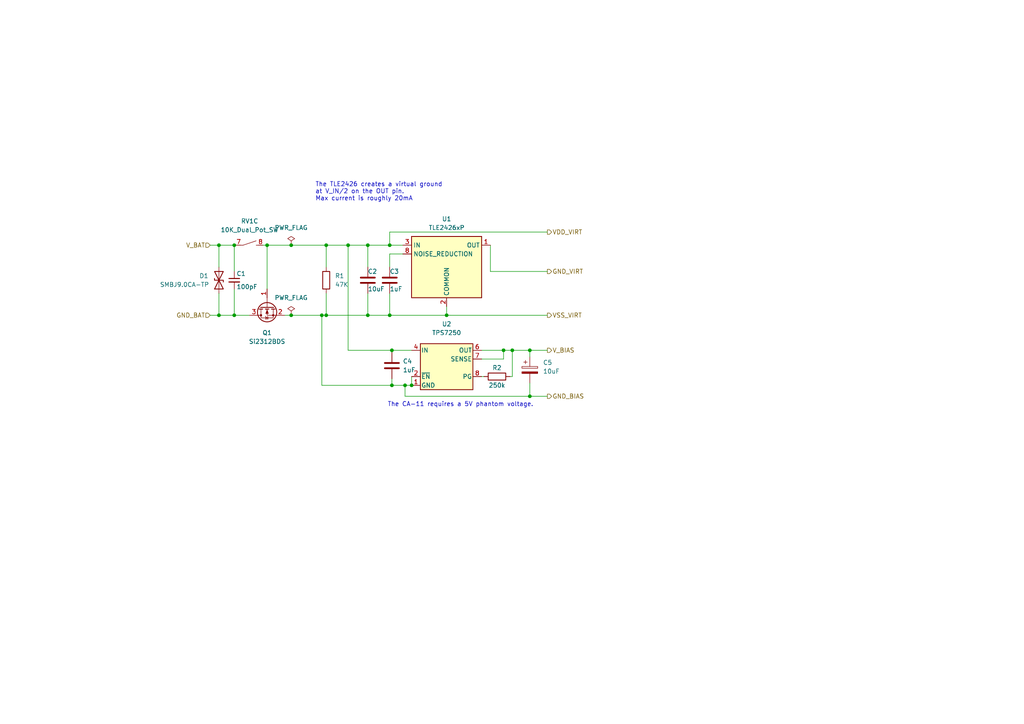
<source format=kicad_sch>
(kicad_sch (version 20230121) (generator eeschema)
  (paper "A4")
  (lib_symbols
    (symbol "Device:C" (pin_numbers hide) (pin_names (offset 0.254))
      (property "Reference" "C" (at 0.635 2.54 0))
      (property "Value" "C" (at 0.635 -2.54 0))
      (symbol "C_0_1"
        (polyline (pts (xy -2.032 -0.762) (xy 2.032 -0.762)) (stroke (width 0.508)))
        (polyline (pts (xy -2.032 0.762) (xy 2.032 0.762)) (stroke (width 0.508)))
      )
      (symbol "C_1_1"
        (pin passive line (at 0 3.81 270) (length 2.794) (name "~") (number "1"))
        (pin passive line (at 0 -3.81 90) (length 2.794) (name "~") (number "2"))
      )
    )
    (symbol "Device:C_Polarized" (pin_numbers hide) (pin_names (offset 0.254))
      (property "Reference" "C" (at 0.635 2.54 0))
      (property "Value" "C_Polarized" (at 0.635 -2.54 0))
      (symbol "C_Polarized_0_1"
        (rectangle (start -2.286 0.508) (end 2.286 1.016))
        (polyline (pts (xy -1.778 2.286) (xy -0.762 2.286)))
        (polyline (pts (xy -1.27 2.794) (xy -1.27 1.778)))
        (rectangle (start 2.286 -0.508) (end -2.286 -1.016) (fill (type outline)))
      )
      (symbol "C_Polarized_1_1"
        (pin passive line (at 0 3.81 270) (length 2.794) (name "~") (number "1"))
        (pin passive line (at 0 -3.81 90) (length 2.794) (name "~") (number "2"))
      )
    )
    (symbol "Device:C_Small" (pin_numbers hide) (pin_names (offset 0.254) hide)
      (property "Reference" "C" (at 0.254 1.778 0))
      (property "Value" "C_Small" (at 0.254 -2.032 0))
      (symbol "C_Small_0_1"
        (polyline (pts (xy -1.524 -0.508) (xy 1.524 -0.508)) (stroke (width 0.3302)))
        (polyline (pts (xy -1.524 0.508) (xy 1.524 0.508)) (stroke (width 0.3048)))
      )
      (symbol "C_Small_1_1"
        (pin passive line (at 0 2.54 270) (length 2.032) (name "~") (number "1"))
        (pin passive line (at 0 -2.54 90) (length 2.032) (name "~") (number "2"))
      )
    )
    (symbol "Device:R" (pin_numbers hide) (pin_names (offset 0))
      (property "Reference" "R" (at 2.032 0 90))
      (property "Value" "R" (at 0 0 90))
      (symbol "R_0_1"
        (rectangle (start -1.016 -2.54) (end 1.016 2.54) (stroke (width 0.254)))
      )
      (symbol "R_1_1"
        (pin passive line (at 0 3.81 270) (length 1.27) (name "~") (number "1"))
        (pin passive line (at 0 -3.81 90) (length 1.27) (name "~") (number "2"))
      )
    )
    (symbol "Reference_Voltage:TLE2426xP"
      (property "Reference" "U" (at -10.414 8.89 0))
      (property "Value" "TLE2426xP" (at 10.16 8.89 0))
      (symbol "TLE2426xP_0_1"
        (rectangle (start -10.16 7.62) (end 10.16 -10.16) (stroke (width 0.254)) (fill (type background)))
      )
      (symbol "TLE2426xP_1_1"
        (pin power_out line (at 12.7 5.08 180) (length 2.54) (name "OUT") (number "1"))
        (pin power_in line (at 0 -12.7 90) (length 2.54) (name "COMMON") (number "2"))
        (pin power_in line (at -12.7 5.08 0) (length 2.54) (name "IN") (number "3"))
        (pin no_connect line (at -10.16 0 0) (length 2.54) hide (name "NC") (number "4"))
        (pin no_connect line (at -10.16 -2.54 0) (length 2.54) hide (name "NC") (number "5"))
        (pin no_connect line (at 10.16 0 180) (length 2.54) hide (name "NC") (number "6"))
        (pin no_connect line (at 10.16 -2.54 180) (length 2.54) hide (name "NC") (number "7"))
        (pin passive line (at -12.7 2.54 0) (length 2.54) (name "NOISE_REDUCTION") (number "8"))
      )
    )
    (symbol "power:PWR_FLAG" (power) (pin_numbers hide) (pin_names (offset 0) hide)
      (property "Value" "PWR_FLAG" (at 0 3.81 0))
      (symbol "PWR_FLAG_0_0"
        (pin power_out line (at 0 0 90) (length 0) (name "pwr") (number "1"))
      )
      (symbol "PWR_FLAG_0_1"
        (polyline (pts (xy 0 0) (xy 0 1.27) (xy -1.016 1.905) (xy 0 2.54) (xy 1.016 1.905) (xy 0 1.27)))
      )
    )
    (symbol "preamp_lib:10K_Dual_Pot_SW" (pin_names (offset 1.016) hide)
      (property "Reference" "RV" (at -4.445 0 90))
      (property "Value" "10K_Dual_Pot_SW" (at -2.54 0 90))
      (symbol "10K_Dual_Pot_SW_1_1"
        (polyline (pts (xy 2.54 0) (xy 2.032 0)))
        (polyline (pts (xy 1.143 0) (xy 2.286 0.508) (xy 2.286 -0.508) (xy 1.143 0)) (fill (type outline)))
        (rectangle (start 1.016 2.54) (end -1.016 -2.54) (stroke (width 0.254)))
        (pin passive line (at 0 3.81 270) (length 1.27) (name "8") (number "1"))
        (pin passive line (at 3.81 0 180) (length 1.27) (name "2") (number "2"))
        (pin passive line (at 0 -3.81 90) (length 1.27) (name "7") (number "3"))
      )
      (symbol "10K_Dual_Pot_SW_2_1"
        (polyline (pts (xy 2.54 0) (xy 2.286 0)))
        (polyline (pts (xy 1.143 0) (xy 2.286 0.508) (xy 2.286 -0.508) (xy 1.143 0)) (fill (type outline)))
        (rectangle (start 1.016 2.54) (end -1.016 -2.54) (stroke (width 0.254)))
        (pin passive line (at 0 3.81 270) (length 1.27) (name "4") (number "4"))
        (pin passive line (at 3.81 0 180) (length 1.27) (name "5") (number "5"))
        (pin passive line (at 0 -3.81 90) (length 1.27) (name "6") (number "6"))
      )
      (symbol "10K_Dual_Pot_SW_3_1"
        (polyline (pts (xy 0 -2.54) (xy 0 -1.905)))
        (polyline (pts (xy 0 -1.905) (xy 1.27 1.905)))
        (polyline (pts (xy 0 2.54) (xy 0 1.905)))
        (pin passive line (at 0 -3.81 90) (length 1.27) (name "7") (number "7"))
        (pin passive line (at 0 3.81 270) (length 1.27) (name "8") (number "8"))
      )
    )
    (symbol "preamp_lib:SA9.0CA" (pin_numbers hide) (pin_names (offset 1.016) hide)
      (property "Reference" "D" (at 0 2.54 0))
      (property "Value" "SA9.0CA" (at 0 -2.54 0))
      (symbol "SA9.0CA_0_1"
        (polyline (pts (xy 1.27 0) (xy -1.27 0)))
        (polyline (pts (xy 0.508 1.27) (xy 0 1.27) (xy 0 -1.27) (xy -0.508 -1.27)) (stroke (width 0.254)))
        (polyline (pts (xy -2.54 1.27) (xy -2.54 -1.27) (xy 2.54 1.27) (xy 2.54 -1.27) (xy -2.54 1.27)) (stroke (width 0.254)))
      )
      (symbol "SA9.0CA_1_1"
        (pin passive line (at -3.81 0 0) (length 2.54) (name "A1") (number "1"))
        (pin passive line (at 3.81 0 180) (length 2.54) (name "A2") (number "2"))
      )
    )
    (symbol "preamp_lib:Si2312BDS" (pin_names (offset 0) hide)
      (property "Reference" "Q" (at 10.16 1.27 0))
      (property "Value" "Si2312BDS" (at 10.16 -1.27 0))
      (symbol "Si2312BDS_0_1"
        (polyline (pts (xy 5.334 0) (xy 2.54 0)))
        (polyline (pts (xy 5.334 1.905) (xy 5.334 -1.905)) (stroke (width 0.254)))
        (polyline (pts (xy 5.842 -1.27) (xy 5.842 -2.286)) (stroke (width 0.254)))
        (polyline (pts (xy 5.842 0.508) (xy 5.842 -0.508)) (stroke (width 0.254)))
        (polyline (pts (xy 5.842 2.286) (xy 5.842 1.27)) (stroke (width 0.254)))
        (polyline (pts (xy 7.62 2.54) (xy 7.62 1.778)))
        (polyline (pts (xy 7.62 -2.54) (xy 7.62 0) (xy 5.842 0)))
        (polyline (pts (xy 5.842 -1.778) (xy 8.382 -1.778) (xy 8.382 1.778) (xy 5.842 1.778)))
        (polyline (pts (xy 6.096 0) (xy 7.112 0.381) (xy 7.112 -0.381) (xy 6.096 0)) (fill (type outline)))
        (polyline (pts (xy 7.874 0.508) (xy 8.001 0.381) (xy 8.763 0.381) (xy 8.89 0.254)))
        (polyline (pts (xy 8.382 0.381) (xy 8.001 -0.254) (xy 8.763 -0.254) (xy 8.382 0.381)))
        (circle (center 6.731 0) (radius 2.794) (stroke (width 0.254)))
        (circle (center 7.62 -1.778) (radius 0.254) (fill (type outline)))
        (circle (center 7.62 1.778) (radius 0.254) (fill (type outline)))
      )
      (symbol "Si2312BDS_1_1"
        (pin input line (at 0 0 0) (length 2.54) (name "G") (number "1"))
        (pin passive line (at 7.62 -5.08 90) (length 2.54) (name "S") (number "2"))
        (pin passive line (at 7.62 5.08 270) (length 2.54) (name "D") (number "3"))
      )
    )
    (symbol "preamp_lib:TPS7250" (pin_names (offset 0.254))
      (property "Reference" "U" (at -6.35 8.255 0))
      (property "Value" "TPS7250" (at 0 8.255 0))
      (symbol "TPS7250_0_1"
        (rectangle (start -7.62 6.985) (end 7.62 -6.35) (stroke (width 0.254)) (fill (type background)))
      )
      (symbol "TPS7250_1_1"
        (pin power_in line (at -10.16 -5.08 0) (length 2.54) (name "GND") (number "1"))
        (pin input line (at -10.16 -2.54 0) (length 2.54) (name "~{EN}") (number "2"))
        (pin passive line (at -10.16 5.08 0) (length 2.54) hide (name "IN") (number "3"))
        (pin power_in line (at -10.16 5.08 0) (length 2.54) (name "IN") (number "4"))
        (pin passive line (at 10.16 5.08 180) (length 2.54) hide (name "OUT") (number "5"))
        (pin power_out line (at 10.16 5.08 180) (length 2.54) (name "OUT") (number "6"))
        (pin input line (at 10.16 2.54 180) (length 2.54) (name "SENSE") (number "7"))
        (pin output line (at 10.16 -2.54 180) (length 2.54) (name "PG") (number "8"))
      )
    )
  )
  (junction (at 113.03 91.44))
  (junction (at 153.67 114.935))
  (junction (at 113.665 111.76))
  (junction (at 84.455 91.44))
  (junction (at 113.665 101.6))
  (junction (at 67.945 71.12))
  (junction (at 106.68 91.44))
  (junction (at 94.615 71.12))
  (junction (at 106.68 71.12))
  (junction (at 100.965 71.12))
  (junction (at 148.59 101.6))
  (junction (at 77.47 71.12))
  (junction (at 129.54 91.44))
  (junction (at 84.455 71.12))
  (junction (at 146.05 101.6))
  (junction (at 63.5 71.12))
  (junction (at 113.03 71.12))
  (junction (at 94.615 91.44))
  (junction (at 63.5 91.44))
  (junction (at 119.38 111.76))
  (junction (at 153.67 101.6))
  (junction (at 93.345 91.44))
  (junction (at 117.475 111.76))
  (junction (at 67.945 91.44))
  (wire (pts (xy 63.5 71.12) (xy 63.5 77.47)))
  (wire (pts (xy 147.955 109.22) (xy 148.59 109.22)))
  (wire (pts (xy 119.38 111.76) (xy 117.475 111.76)))
  (wire (pts (xy 158.75 67.31) (xy 113.03 67.31)))
  (wire (pts (xy 60.96 71.12) (xy 63.5 71.12)))
  (wire (pts (xy 153.67 114.935) (xy 153.67 111.125)))
  (wire (pts (xy 60.96 91.44) (xy 63.5 91.44)))
  (wire (pts (xy 77.47 71.12) (xy 77.47 83.82)))
  (wire (pts (xy 148.59 101.6) (xy 153.67 101.6)))
  (wire (pts (xy 146.05 101.6) (xy 148.59 101.6)))
  (wire (pts (xy 148.59 101.6) (xy 148.59 109.22)))
  (wire (pts (xy 100.965 71.12) (xy 106.68 71.12)))
  (wire (pts (xy 113.03 85.09) (xy 113.03 91.44)))
  (wire (pts (xy 142.24 78.74) (xy 142.24 71.12)))
  (wire (pts (xy 93.345 111.76) (xy 113.665 111.76)))
  (wire (pts (xy 94.615 85.09) (xy 94.615 91.44)))
  (wire (pts (xy 153.67 101.6) (xy 153.67 103.505)))
  (wire (pts (xy 139.7 104.14) (xy 146.05 104.14)))
  (wire (pts (xy 113.665 101.6) (xy 113.665 102.235)))
  (wire (pts (xy 113.665 109.855) (xy 113.665 111.76)))
  (wire (pts (xy 117.475 114.935) (xy 153.67 114.935)))
  (wire (pts (xy 129.54 91.44) (xy 158.75 91.44)))
  (wire (pts (xy 153.67 101.6) (xy 158.75 101.6)))
  (wire (pts (xy 146.05 104.14) (xy 146.05 101.6)))
  (wire (pts (xy 113.03 91.44) (xy 129.54 91.44)))
  (wire (pts (xy 139.7 109.22) (xy 140.335 109.22)))
  (wire (pts (xy 129.54 91.44) (xy 129.54 88.9)))
  (wire (pts (xy 94.615 71.12) (xy 94.615 77.47)))
  (wire (pts (xy 119.38 109.22) (xy 119.38 111.76)))
  (wire (pts (xy 106.68 91.44) (xy 113.03 91.44)))
  (wire (pts (xy 67.945 71.12) (xy 68.58 71.12)))
  (wire (pts (xy 158.75 78.74) (xy 142.24 78.74)))
  (wire (pts (xy 84.455 91.44) (xy 93.345 91.44)))
  (wire (pts (xy 63.5 85.09) (xy 63.5 91.44)))
  (wire (pts (xy 67.945 83.82) (xy 67.945 91.44)))
  (wire (pts (xy 106.68 77.47) (xy 106.68 71.12)))
  (wire (pts (xy 94.615 91.44) (xy 106.68 91.44)))
  (wire (pts (xy 100.965 101.6) (xy 100.965 71.12)))
  (wire (pts (xy 113.03 71.12) (xy 116.84 71.12)))
  (wire (pts (xy 106.68 85.09) (xy 106.68 91.44)))
  (wire (pts (xy 94.615 71.12) (xy 100.965 71.12)))
  (wire (pts (xy 93.345 111.76) (xy 93.345 91.44)))
  (wire (pts (xy 113.03 73.66) (xy 113.03 77.47)))
  (wire (pts (xy 106.68 71.12) (xy 113.03 71.12)))
  (wire (pts (xy 82.55 91.44) (xy 84.455 91.44)))
  (wire (pts (xy 63.5 91.44) (xy 67.945 91.44)))
  (wire (pts (xy 117.475 111.76) (xy 113.665 111.76)))
  (wire (pts (xy 117.475 111.76) (xy 117.475 114.935)))
  (wire (pts (xy 67.945 91.44) (xy 72.39 91.44)))
  (wire (pts (xy 67.945 71.12) (xy 67.945 78.74)))
  (wire (pts (xy 113.03 67.31) (xy 113.03 71.12)))
  (wire (pts (xy 113.665 101.6) (xy 100.965 101.6)))
  (wire (pts (xy 84.455 71.12) (xy 94.615 71.12)))
  (wire (pts (xy 113.665 101.6) (xy 119.38 101.6)))
  (wire (pts (xy 113.03 73.66) (xy 116.84 73.66)))
  (wire (pts (xy 93.345 91.44) (xy 94.615 91.44)))
  (wire (pts (xy 153.67 114.935) (xy 158.75 114.935)))
  (wire (pts (xy 77.47 71.12) (xy 84.455 71.12)))
  (wire (pts (xy 63.5 71.12) (xy 67.945 71.12)))
  (wire (pts (xy 76.2 71.12) (xy 77.47 71.12)))
  (wire (pts (xy 139.7 101.6) (xy 146.05 101.6)))
  (text "The CA-11 requires a 5V phantom voltage." (at 112.395 118.11 0) (effects (font (size 1.27 1.27)) (justify left bottom)))
  (text "The TLE2426 creates a virtual ground\nat V_IN/2 on the OUT pin.\nMax current is roughly 20mA" (at 91.44 58.42 0) (effects (font (size 1.27 1.27)) (justify left bottom)))
  (hierarchical_label "V_BAT" (shape input) (at 60.96 71.12 180))
  (hierarchical_label "GND_BIAS" (shape output) (at 158.75 114.935 0))
  (hierarchical_label "VDD_VIRT" (shape output) (at 158.75 67.31 0))
  (hierarchical_label "V_BIAS" (shape output) (at 158.75 101.6 0))
  (hierarchical_label "VSS_VIRT" (shape output) (at 158.75 91.44 0))
  (hierarchical_label "GND_BAT" (shape input) (at 60.96 91.44 180))
  (hierarchical_label "GND_VIRT" (shape output) (at 158.75 78.74 0))
  (symbol (lib_id "Device:C_Polarized") (at 153.67 107.315 0) (unit 1)
    (property "Reference" "C5" (at 157.48 105.1559 0) (effects (justify left)))
    (property "Value" "10uF" (at 157.48 107.6959 0) (effects (justify left)))
    (property "Footprint" "Capacitor_SMD:C_1206_3216Metric" (effects hide))
  )
  (symbol (lib_id "preamp_lib:TPS7250") (at 129.54 106.68 0) (unit 1)
    (property "Reference" "U2" (at 129.54 93.98 0))
    (property "Value" "TPS7250" (at 129.54 96.52 0))
    (property "Footprint" "Package_DIP:SMDIP-8_W9.53mm" (effects hide))
  )
  (symbol (lib_id "power:PWR_FLAG") (at 84.455 71.12 0) (unit 1)
    (property "Reference" "#FLG01" (effects hide))
    (property "Value" "PWR_FLAG" (at 84.455 66.04 0))
  )
  (symbol (lib_id "Device:C") (at 113.03 81.28 0) (unit 1)
    (property "Reference" "C3" (at 113.03 78.74 0) (effects (justify left)))
    (property "Value" "1uF" (at 113.03 83.82 0) (effects (justify left)))
    (property "Footprint" "Capacitor_SMD:C_1206_3216Metric" (effects hide))
  )
  (symbol (lib_id "preamp_lib:Si2312BDS") (at 77.47 83.82 90) (mirror x) (unit 1)
    (property "Reference" "Q1" (at 77.47 96.52 90))
    (property "Value" "Si2312BDS" (at 77.47 99.06 90))
    (property "Footprint" "Package_TO_SOT_SMD:SOT-23_Handsoldering" (effects hide))
  )
  (symbol (lib_id "preamp_lib:10K_Dual_Pot_SW") (at 72.39 71.12 270) (mirror x) (unit 3)
    (property "Reference" "RV1" (at 72.39 64.135 90))
    (property "Value" "10K_Dual_Pot_SW" (at 72.39 66.675 90))
    (property "Footprint" "preamp_footprints:Potentiometer_Bourns_PTR902_Double_Horizontal_Switch" (effects hide))
  )
  (symbol (lib_id "Device:C") (at 106.68 81.28 0) (unit 1)
    (property "Reference" "C2" (at 106.68 78.74 0) (effects (justify left)))
    (property "Value" "10uF" (at 106.68 83.82 0) (effects (justify left)))
    (property "Footprint" "Capacitor_SMD:C_1206_3216Metric" (effects hide))
  )
  (symbol (lib_id "Device:C") (at 113.665 106.045 0) (unit 1)
    (property "Reference" "C4" (at 116.84 104.7749 0) (effects (justify left)))
    (property "Value" "1uF" (at 116.84 107.3149 0) (effects (justify left)))
    (property "Footprint" "Capacitor_SMD:C_1206_3216Metric" (effects hide))
  )
  (symbol (lib_id "Device:R") (at 144.145 109.22 90) (unit 1)
    (property "Reference" "R2" (at 144.145 106.68 90))
    (property "Value" "250k" (at 144.145 111.76 90))
    (property "Footprint" "Capacitor_SMD:C_0603_1608Metric" (effects hide))
  )
  (symbol (lib_id "Device:R") (at 94.615 81.28 0) (unit 1)
    (property "Reference" "R1" (at 97.155 80.0099 0) (effects (justify left)))
    (property "Value" "47K" (at 97.155 82.5499 0) (effects (justify left)))
    (property "Footprint" "Capacitor_SMD:C_0603_1608Metric" (effects hide))
  )
  (symbol (lib_id "Device:C_Small") (at 67.945 81.28 0) (unit 1)
    (property "Reference" "C1" (at 68.58 79.375 0) (effects (justify left)))
    (property "Value" "100pF" (at 68.58 83.185 0) (effects (justify left)))
    (property "Footprint" "Capacitor_SMD:C_0603_1608Metric" (effects hide))
  )
  (symbol (lib_id "power:PWR_FLAG") (at 84.455 91.44 0) (unit 1)
    (property "Reference" "#FLG02" (effects hide))
    (property "Value" "PWR_FLAG" (at 84.455 86.36 0))
  )
  (symbol (lib_id "Reference_Voltage:TLE2426xP") (at 129.54 76.2 0) (unit 1)
    (property "Reference" "U1" (at 129.54 63.5 0))
    (property "Value" "TLE2426xP" (at 129.54 66.04 0))
    (property "Footprint" "Package_DIP:DIP-8_W7.62mm" (effects hide))
    (property "Datasheet" "http://www.ti.com/lit/ds/symlink/tle2426.pdf" (effects hide))
  )
  (symbol (lib_id "preamp_lib:SA9.0CA") (at 63.5 81.28 90) (unit 1)
    (property "Reference" "D1" (at 57.785 80.01 90) (effects (justify right)))
    (property "Value" "SMBJ9.0CA-TP" (at 46.355 82.55 90) (effects (justify right)))
    (property "Footprint" "Diode_SMD:D_SMB_Handsoldering" (effects hide))
  )
)
</source>
